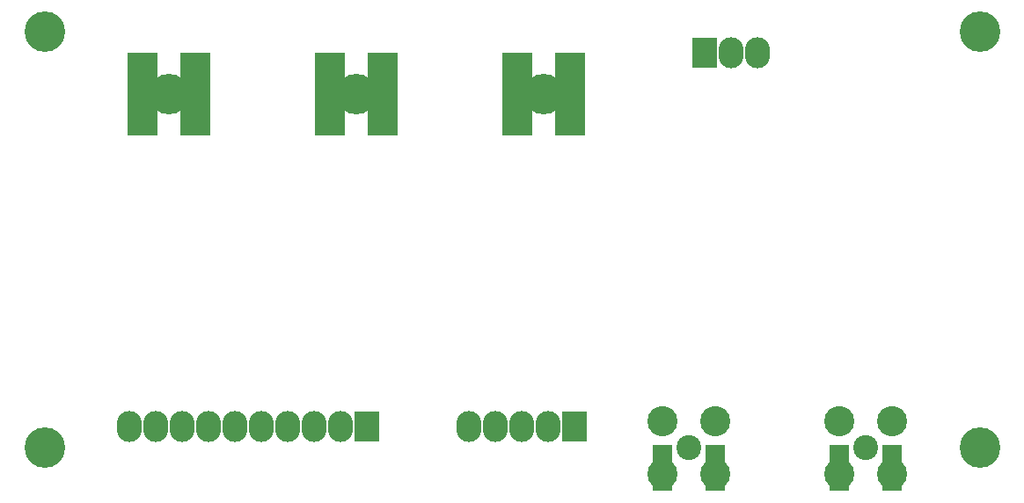
<source format=gbs>
G04 #@! TF.FileFunction,Soldermask,Bot*
%FSLAX46Y46*%
G04 Gerber Fmt 4.6, Leading zero omitted, Abs format (unit mm)*
G04 Created by KiCad (PCBNEW 4.0.7) date 03/03/18 23:13:13*
%MOMM*%
%LPD*%
G01*
G04 APERTURE LIST*
%ADD10C,0.100000*%
%ADD11R,2.400000X3.000000*%
%ADD12O,2.400000X3.000000*%
%ADD13C,3.900000*%
%ADD14R,2.950000X2.950000*%
%ADD15R,1.900000X4.400000*%
%ADD16C,2.398980*%
%ADD17C,2.899360*%
G04 APERTURE END LIST*
D10*
D11*
X148500000Y-87000000D03*
D12*
X151040000Y-87000000D03*
X153580000Y-87000000D03*
D11*
X116000000Y-123000000D03*
D12*
X113460000Y-123000000D03*
X110920000Y-123000000D03*
X108380000Y-123000000D03*
X105840000Y-123000000D03*
X103300000Y-123000000D03*
X100760000Y-123000000D03*
X98220000Y-123000000D03*
X95680000Y-123000000D03*
X93140000Y-123000000D03*
D11*
X136000000Y-123000000D03*
D12*
X133460000Y-123000000D03*
X130920000Y-123000000D03*
X128380000Y-123000000D03*
X125840000Y-123000000D03*
D13*
X175000000Y-85000000D03*
X85000000Y-85000000D03*
X85000000Y-125000000D03*
X175000000Y-125000000D03*
D14*
X99540000Y-88460000D03*
X99540000Y-91000000D03*
X99540000Y-93540000D03*
X94460000Y-88460000D03*
X94460000Y-91000000D03*
X94460000Y-93540000D03*
D13*
X97000000Y-91000000D03*
D14*
X117540000Y-88460000D03*
X117540000Y-91000000D03*
X117540000Y-93540000D03*
X112460000Y-88460000D03*
X112460000Y-91000000D03*
X112460000Y-93540000D03*
D13*
X115000000Y-91000000D03*
D14*
X135540000Y-88460000D03*
X135540000Y-91000000D03*
X135540000Y-93540000D03*
X130460000Y-88460000D03*
X130460000Y-91000000D03*
X130460000Y-93540000D03*
D13*
X133000000Y-91000000D03*
D15*
X149540000Y-127000000D03*
X144460000Y-127000000D03*
X166540000Y-127000000D03*
X161460000Y-127000000D03*
D16*
X147000000Y-125000000D03*
D17*
X149540000Y-122460000D03*
X149540000Y-127540000D03*
X144460000Y-127540000D03*
X144460000Y-122460000D03*
D16*
X164000000Y-125000000D03*
D17*
X166540000Y-122460000D03*
X166540000Y-127540000D03*
X161460000Y-127540000D03*
X161460000Y-122460000D03*
M02*

</source>
